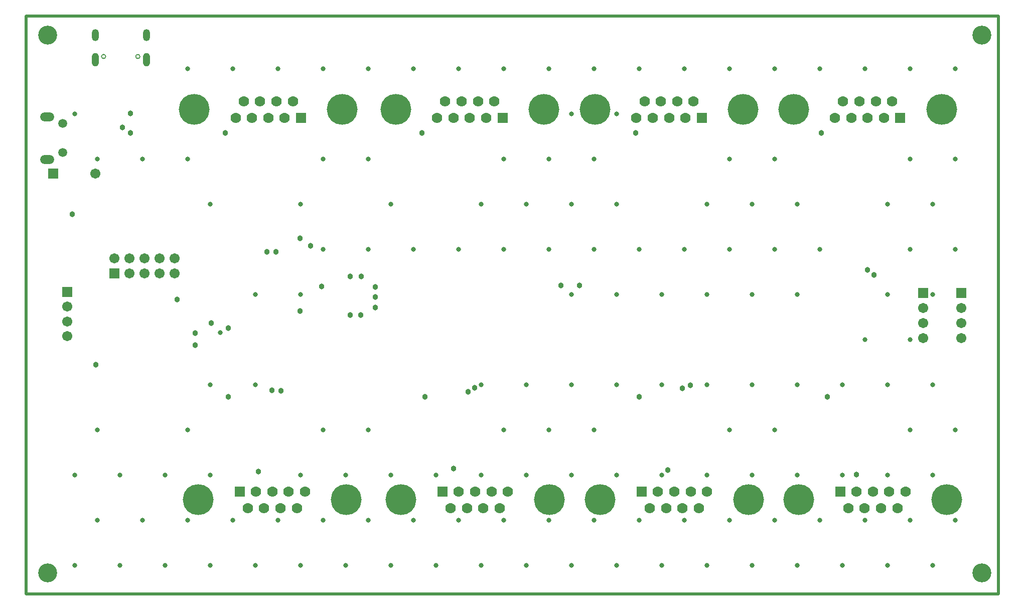
<source format=gbs>
G04*
G04 #@! TF.GenerationSoftware,Altium Limited,Altium Designer,18.1.9 (240)*
G04*
G04 Layer_Color=16711935*
%FSLAX24Y24*%
%MOIN*%
G70*
G01*
G75*
%ADD18C,0.0050*%
%ADD21C,0.0200*%
%ADD58C,0.0671*%
%ADD59R,0.0671X0.0671*%
%ADD60O,0.0474X0.0907*%
%ADD61O,0.0474X0.0789*%
%ADD62C,0.2049*%
%ADD63C,0.0700*%
%ADD64R,0.0700X0.0700*%
%ADD65C,0.1261*%
%ADD66C,0.0592*%
%ADD67O,0.0946X0.0592*%
%ADD68R,0.0671X0.0671*%
%ADD69C,0.0320*%
%ADD70C,0.0380*%
D18*
X7376Y35614D02*
G03*
X7376Y35614I-138J0D01*
G01*
X5100D02*
G03*
X5100Y35614I-138J0D01*
G01*
D21*
X-200Y38300D02*
X-200Y-100D01*
X-200Y38300D02*
X64400D01*
X64400Y-100D01*
X-200D02*
X64400D01*
D58*
X61950Y16900D02*
D03*
Y17900D02*
D03*
Y18900D02*
D03*
X2550Y17024D02*
D03*
Y18008D02*
D03*
Y18992D02*
D03*
X59400Y18900D02*
D03*
Y17900D02*
D03*
Y16900D02*
D03*
X4401Y27850D02*
D03*
X6687Y21191D02*
D03*
X7687D02*
D03*
X8687D02*
D03*
X9687D02*
D03*
X5687Y22191D02*
D03*
X6687D02*
D03*
X7687D02*
D03*
X8687D02*
D03*
X9687D02*
D03*
D59*
X61950Y19900D02*
D03*
X2550Y19976D02*
D03*
X59400Y19900D02*
D03*
D60*
X7801Y35405D02*
D03*
X4399D02*
D03*
D61*
Y37051D02*
D03*
X7801D02*
D03*
D62*
X24372Y32091D02*
D03*
X34214D02*
D03*
X10985D02*
D03*
X20828D02*
D03*
X60993Y6159D02*
D03*
X51150D02*
D03*
X50800Y32091D02*
D03*
X60642D02*
D03*
X37609D02*
D03*
X47451D02*
D03*
X21091Y6159D02*
D03*
X11249D02*
D03*
X34565D02*
D03*
X24722D02*
D03*
X47801D02*
D03*
X37959D02*
D03*
D63*
X30923Y32650D02*
D03*
X29837D02*
D03*
X28750D02*
D03*
X27663D02*
D03*
X30380Y31532D02*
D03*
X28207D02*
D03*
X27120D02*
D03*
X29293D02*
D03*
X17537Y32650D02*
D03*
X16450D02*
D03*
X15363D02*
D03*
X14277D02*
D03*
X16993Y31532D02*
D03*
X14820D02*
D03*
X13734D02*
D03*
X15907D02*
D03*
X54441Y5600D02*
D03*
X55528D02*
D03*
X56615D02*
D03*
X57701D02*
D03*
X54985Y6718D02*
D03*
X57158D02*
D03*
X58244D02*
D03*
X56071D02*
D03*
X57351Y32650D02*
D03*
X56265D02*
D03*
X55178D02*
D03*
X54091D02*
D03*
X56808Y31532D02*
D03*
X54635D02*
D03*
X53548D02*
D03*
X55721D02*
D03*
X44160Y32650D02*
D03*
X43073D02*
D03*
X41987D02*
D03*
X40900D02*
D03*
X43616Y31532D02*
D03*
X41443D02*
D03*
X40357D02*
D03*
X42530D02*
D03*
X14540Y5600D02*
D03*
X15627D02*
D03*
X16713D02*
D03*
X17800D02*
D03*
X15084Y6718D02*
D03*
X17257D02*
D03*
X18343D02*
D03*
X16170D02*
D03*
X28013Y5600D02*
D03*
X29100D02*
D03*
X30187D02*
D03*
X31273D02*
D03*
X28557Y6718D02*
D03*
X30730D02*
D03*
X31816D02*
D03*
X29643D02*
D03*
X41250Y5600D02*
D03*
X42337D02*
D03*
X43423D02*
D03*
X44510D02*
D03*
X41793Y6718D02*
D03*
X43966D02*
D03*
X45053D02*
D03*
X42880D02*
D03*
D64*
X31467Y31532D02*
D03*
X18080D02*
D03*
X53898Y6718D02*
D03*
X57895Y31532D02*
D03*
X44703D02*
D03*
X13997Y6718D02*
D03*
X27470D02*
D03*
X40707D02*
D03*
D65*
X1250Y37050D02*
D03*
X63300Y1300D02*
D03*
X1250D02*
D03*
X63300Y37050D02*
D03*
D66*
X2252Y29245D02*
D03*
Y31155D02*
D03*
D67*
X1201Y31617D02*
D03*
Y28783D02*
D03*
D68*
X1606Y27850D02*
D03*
X5687Y21191D02*
D03*
D69*
X61550Y34800D02*
D03*
Y28800D02*
D03*
X60050Y25800D02*
D03*
X61550Y22800D02*
D03*
X60050Y19800D02*
D03*
Y13800D02*
D03*
X61550Y10800D02*
D03*
X60050Y7800D02*
D03*
X61550Y4800D02*
D03*
X60050Y1800D02*
D03*
X58550Y34800D02*
D03*
Y28800D02*
D03*
X57050Y25800D02*
D03*
X58550Y22800D02*
D03*
X57050Y19800D02*
D03*
X58550Y16800D02*
D03*
X57050Y13800D02*
D03*
X58550Y10800D02*
D03*
X57050Y7800D02*
D03*
X58550Y4800D02*
D03*
X57050Y1800D02*
D03*
X55550Y34800D02*
D03*
Y16800D02*
D03*
X54050Y13800D02*
D03*
Y7800D02*
D03*
X55550Y4800D02*
D03*
X54050Y1800D02*
D03*
X52550Y34800D02*
D03*
X51050Y25800D02*
D03*
X52550Y22800D02*
D03*
X51050Y19800D02*
D03*
Y13800D02*
D03*
Y7800D02*
D03*
X52550Y4800D02*
D03*
X51050Y1800D02*
D03*
X49550Y34800D02*
D03*
Y28800D02*
D03*
X48050Y25800D02*
D03*
X49550Y22800D02*
D03*
X48050Y19800D02*
D03*
Y13800D02*
D03*
X49550Y10800D02*
D03*
X48050Y7800D02*
D03*
X49550Y4800D02*
D03*
X48050Y1800D02*
D03*
X46550Y34800D02*
D03*
Y28800D02*
D03*
X45050Y25800D02*
D03*
X46550Y22800D02*
D03*
X45050Y19800D02*
D03*
Y13800D02*
D03*
X46550Y10800D02*
D03*
X45050Y7800D02*
D03*
X46550Y4800D02*
D03*
X45050Y1800D02*
D03*
X43550Y34800D02*
D03*
Y22800D02*
D03*
X42050Y19800D02*
D03*
Y13800D02*
D03*
Y7800D02*
D03*
X43550Y4800D02*
D03*
X42050Y1800D02*
D03*
X40550Y34800D02*
D03*
X39050Y31800D02*
D03*
Y25800D02*
D03*
X40550Y22800D02*
D03*
X39050Y19800D02*
D03*
Y13800D02*
D03*
Y7800D02*
D03*
X40550Y4800D02*
D03*
X39050Y1800D02*
D03*
X37550Y34800D02*
D03*
X36050Y31800D02*
D03*
X37550Y28800D02*
D03*
X36050Y25800D02*
D03*
X37550Y22800D02*
D03*
X36050Y19800D02*
D03*
Y13800D02*
D03*
X37550Y10800D02*
D03*
X36050Y7800D02*
D03*
X37550Y4800D02*
D03*
X36050Y1800D02*
D03*
X34550Y34800D02*
D03*
Y28800D02*
D03*
X33050Y25800D02*
D03*
X34550Y22800D02*
D03*
X33050Y13800D02*
D03*
X34550Y10800D02*
D03*
X33050Y7800D02*
D03*
X34550Y4800D02*
D03*
X33050Y1800D02*
D03*
X31550Y34800D02*
D03*
Y28800D02*
D03*
X30050Y25800D02*
D03*
X31550Y22800D02*
D03*
X30050Y13800D02*
D03*
X31550Y10800D02*
D03*
X30050Y7800D02*
D03*
X31550Y4800D02*
D03*
X30050Y1800D02*
D03*
X28550Y34800D02*
D03*
Y22800D02*
D03*
X27050Y7800D02*
D03*
X28550Y4800D02*
D03*
X27050Y1800D02*
D03*
X25550Y34800D02*
D03*
X24050Y25800D02*
D03*
X25550Y22800D02*
D03*
X24050Y7800D02*
D03*
X25550Y4800D02*
D03*
X24050Y1800D02*
D03*
X22550Y34800D02*
D03*
Y28800D02*
D03*
Y22800D02*
D03*
Y10800D02*
D03*
X21050Y7800D02*
D03*
X22550Y4800D02*
D03*
X21050Y1800D02*
D03*
X19550Y34800D02*
D03*
Y28800D02*
D03*
X18050Y25800D02*
D03*
X19550Y22800D02*
D03*
X18050Y19800D02*
D03*
X19550Y10800D02*
D03*
X18050Y7800D02*
D03*
X19550Y4800D02*
D03*
X18050Y1800D02*
D03*
X16550Y34800D02*
D03*
X15050Y19800D02*
D03*
Y13800D02*
D03*
X16550Y4800D02*
D03*
X15050Y1800D02*
D03*
X13550Y34800D02*
D03*
X12050Y25800D02*
D03*
Y13800D02*
D03*
Y7800D02*
D03*
X13550Y4800D02*
D03*
X12050Y1800D02*
D03*
X10550Y34800D02*
D03*
Y28800D02*
D03*
Y10800D02*
D03*
X9050Y7800D02*
D03*
X10550Y4800D02*
D03*
X9050Y1800D02*
D03*
X7550Y28800D02*
D03*
X6050Y7800D02*
D03*
X7550Y4800D02*
D03*
X6050Y1800D02*
D03*
X3050Y31800D02*
D03*
X4550Y28800D02*
D03*
Y10800D02*
D03*
X3050Y7800D02*
D03*
X4550Y4800D02*
D03*
X3050Y1800D02*
D03*
X12700Y17255D02*
D03*
D70*
X12100Y17900D02*
D03*
X4450Y15139D02*
D03*
X13050Y30550D02*
D03*
X26100D02*
D03*
X40300D02*
D03*
X52647D02*
D03*
X13250Y13000D02*
D03*
X26298D02*
D03*
X40550D02*
D03*
X53050D02*
D03*
X54985Y7850D02*
D03*
X42450Y8150D02*
D03*
X28200Y8250D02*
D03*
X15250Y8050D02*
D03*
X43423Y13555D02*
D03*
X43945Y13755D02*
D03*
X29175Y13350D02*
D03*
X29600Y13610D02*
D03*
X16750Y13400D02*
D03*
X16150Y13450D02*
D03*
X56150Y21100D02*
D03*
X55700Y21421D02*
D03*
X36576Y20400D02*
D03*
X35350D02*
D03*
X19450Y20350D02*
D03*
X18700Y23050D02*
D03*
X18000Y23550D02*
D03*
X16408Y22650D02*
D03*
X15821Y22643D02*
D03*
X6198Y30900D02*
D03*
X6750Y30550D02*
D03*
Y31850D02*
D03*
X11050Y17221D02*
D03*
Y16450D02*
D03*
X13253Y17553D02*
D03*
X23000Y19624D02*
D03*
X21330Y18420D02*
D03*
X22050D02*
D03*
X23000Y18950D02*
D03*
Y20300D02*
D03*
X22065Y21006D02*
D03*
X21330Y21000D02*
D03*
X2891Y25150D02*
D03*
X18000Y18700D02*
D03*
X9847Y19453D02*
D03*
M02*

</source>
